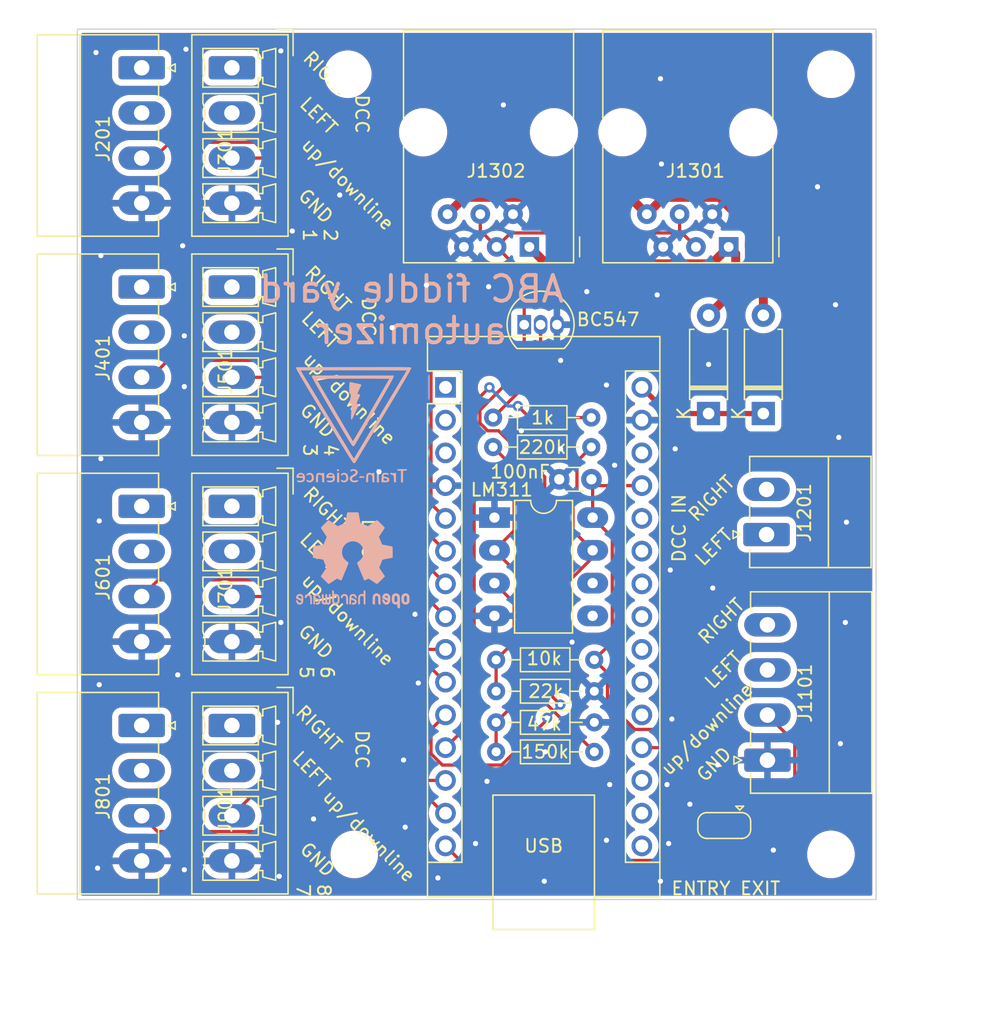
<source format=kicad_pcb>
(kicad_pcb (version 20240108) (generator "pcbnew") (generator_version "8.0")
  (layers (0 "F.Cu" signal) (1 "In1.Cu" signal) (2 "In2.Cu" signal) (31 "B.Cu" signal) (34 "B.Paste" user) (35 "F.Paste" user) (36 "B.SilkS" user "B.Silkscreen") (37 "F.SilkS" user "F.Silkscreen") (38 "B.Mask" user) (39 "F.Mask" user) (44 "Edge.Cuts" user))
  (net 0 "")
  (net 5 "/Lnet/Lnet_Tx")
  (net 6 "/atmega/upline")
  (net 12 "+12V")
  (net 17 "/Lnet/Lnet_Rx")
  (net 19 "railsyncB")
  (net 20 "railsyncA")
  (net 21 "/DCC/ring_left")
  (net 22 "/DCC/ring_right")
  (net 23 "Net-(Q1301-C)")
  (net 24 "Net-(Q1301-B)")
  (net 25 "Net-(U1301-+)")
  (net 26 "Net-(U1301--)")
  (net 29 "Net-(A1001-A0)")
  (net 30 "GND")
  (net 31 "+5V")
  (net 32 "/atmega/occupied7")
  (net 33 "/atmega/occupied8")
  (net 34 "/atmega/occupied6")
  (net 35 "/atmega/occupied5")
  (net 36 "/atmega/occupied4")
  (net 37 "/atmega/occupied3")
  (net 38 "/atmega/occupied2")
  (net 39 "/atmega/occupied1")
  (footprint "Connector_Phoenix_MC:PhoenixContact_MCV_1,5_4-G-3.5_1x04_P3.50mm_Vertical" (layer "F.Cu") (at 39 62 -90)
    (property "Reference" "J501" (at 6.5 0.5 -90) (layer "F.SilkS"))
    (property "Value" "Screw_Terminal_01x04")
    (pad "1" thru_hole roundrect (at 0 0 270) (size 1.8 3.6) (drill 1.2) (layers "*.Cu" "*.Mask") (roundrect_rratio 0.138889) (net 22 "/DCC/ring_right"))
    (pad "2" thru_hole oval (at 3.5 0 270) (size 1.8 3.6) (drill 1.2) (layers "*.Cu" "*.Mask") (net 21 "/DCC/ring_left"))
    (pad "3" thru_hole oval (at 7 0 270) (size 1.8 3.6) (drill 1.2) (layers "*.Cu" "*.Mask") (net 36 "/atmega/occupied4"))
    (pad "4" thru_hole oval (at 10.5 0 270) (size 1.8 3.6) (drill 1.2) (layers "*.Cu" "*.Mask") (net 30 "GND"))
  )
  (footprint "Connector_Phoenix_MC:PhoenixContact_MC_1,5_4-G-3.5_1x04_P3.50mm_Horizontal" (layer "F.Cu") (at 32 79 -90)
    (property "Reference" "J601" (at 5.5 3 90) (layer "F.SilkS"))
    (property "Value" "Screw_Terminal_01x04")
    (pad "1" thru_hole roundrect (at 0 0 270) (size 1.8 3.6) (drill 1.2) (layers "*.Cu" "*.Mask") (roundrect_rratio 0.138889) (net 22 "/DCC/ring_right"))
    (pad "2" thru_hole oval (at 3.5 0 270) (size 1.8 3.6) (drill 1.2) (layers "*.Cu" "*.Mask") (net 21 "/DCC/ring_left"))
    (pad "3" thru_hole oval (at 7 0 270) (size 1.8 3.6) (drill 1.2) (layers "*.Cu" "*.Mask") (net 35 "/atmega/occupied5"))
    (pad "4" thru_hole oval (at 10.5 0 270) (size 1.8 3.6) (drill 1.2) (layers "*.Cu" "*.Mask") (net 30 "GND"))
  )
  (footprint "custom_kicad_lib_sk:RJ12" (layer "F.Cu") (at 77.56 58.89 180)
    (property "Reference" "J1301" (at 2.59 5.89 180) (layer "F.SilkS"))
    (property "Value" "RJ12")
    (pad "" np_thru_hole circle (at -1.91 8.89 180) (size 3.25 3.25) (drill 3.25) (layers "*.Cu" "*.Mask"))
    (pad "" np_thru_hole circle (at 8.25 8.89 180) (size 3.25 3.25) (drill 3.25) (layers "*.Cu" "*.Mask"))
    (pad "1" thru_hole rect (at 0 0 180) (size 1.52 1.52) (drill 0.76) (layers "*.Cu" "*.Mask") (net 19 "railsyncB"))
    (pad "2" thru_hole circle (at 1.27 2.54 180) (size 1.52 1.52) (drill 0.76) (layers "*.Cu" "*.Mask") (net 30 "GND"))
    (pad "3" thru_hole circle (at 2.54 0 180) (size 1.52 1.52) (drill 0.76) (layers "*.Cu" "*.Mask") (net 23 "Net-(Q1301-C)"))
    (pad "4" thru_hole circle (at 3.81 2.54 180) (size 1.52 1.52) (drill 0.76) (layers "*.Cu" "*.Mask") (net 23 "Net-(Q1301-C)"))
    (pad "5" thru_hole circle (at 5.08 0 180) (size 1.52 1.52) (drill 0.76) (layers "*.Cu" "*.Mask") (net 30 "GND"))
    (pad "6" thru_hole circle (at 6.35 2.54 180) (size 1.52 1.52) (drill 0.76) (layers "*.Cu" "*.Mask") (net 20 "railsyncA"))
  )
  (footprint "MountingHole:MountingHole_3.2mm_M3" (layer "F.Cu") (at 85.5 45.5)
    (property "Reference" "REF**" (hide yes))
    (property "Value" "MountingHole_3.2mm_M3")
    (pad "" np_thru_hole circle (at 0 0) (size 3.2 3.2) (drill 3.2) (layers "F&B.Cu" "*.Mask"))
  )
  (footprint "Connector_Phoenix_MC:PhoenixContact_MC_1,5_4-G-3.5_1x04_P3.50mm_Horizontal" (layer "F.Cu") (at 32 96 -90)
    (property "Reference" "J801" (at 5.5 3 90) (layer "F.SilkS"))
    (property "Value" "Screw_Terminal_01x04")
    (pad "1" thru_hole roundrect (at 0 0 270) (size 1.8 3.6) (drill 1.2) (layers "*.Cu" "*.Mask") (roundrect_rratio 0.138889) (net 22 "/DCC/ring_right"))
    (pad "2" thru_hole oval (at 3.5 0 270) (size 1.8 3.6) (drill 1.2) (layers "*.Cu" "*.Mask") (net 21 "/DCC/ring_left"))
    (pad "3" thru_hole oval (at 7 0 270) (size 1.8 3.6) (drill 1.2) (layers "*.Cu" "*.Mask") (net 32 "/atmega/occupied7"))
    (pad "4" thru_hole oval (at 10.5 0 270) (size 1.8 3.6) (drill 1.2) (layers "*.Cu" "*.Mask") (net 30 "GND"))
  )
  (footprint "Connector_Phoenix_MC:PhoenixContact_MC_1,5_2-G-3.5_1x02_P3.50mm_Horizontal" (layer "F.Cu") (at 80.5 81.195 90)
    (property "Reference" "J1201" (at 1.695 2.9325 -90) (layer "F.SilkS"))
    (property "Value" "Screw_Terminal_01x02")
    (pad "1" thru_hole roundrect (at 0 0 90) (size 1.8 3.6) (drill 1.2) (layers "*.Cu" "*.Mask") (roundrect_rratio 0.138889) (net 21 "/DCC/ring_left"))
    (pad "2" thru_hole oval (at 3.5 0 90) (size 1.8 3.6) (drill 1.2) (layers "*.Cu" "*.Mask") (net 22 "/DCC/ring_right"))
  )
  (footprint "Resistor_THT:R_Axial_DIN0204_L3.6mm_D1.6mm_P7.62mm_Horizontal" (layer "F.Cu") (at 67.127 93.345 180)
    (property "Reference" "R1304" (hide yes))
    (property "Value" "22k" (at 3.754 0 180) (layer "F.SilkS"))
    (pad "1" thru_hole circle (at 0 0 180) (size 1.4 1.4) (drill 0.7) (layers "*.Cu" "*.Mask") (net 30 "GND"))
    (pad "2" thru_hole oval (at 7.62 0 180) (size 1.4 1.4) (drill 0.7) (layers "*.Cu" "*.Mask") (net 26 "Net-(U1301--)"))
  )
  (footprint "Module:Arduino_Nano" (layer "F.Cu") (at 55.58 69.78)
    (property "Reference" "A1001" (hide yes))
    (property "Value" "Arduino_Nano_v3.x")
    (fp_text user "USB" (at 7.62 35.56 0) (layer "F.SilkS"))
    (pad "1" thru_hole rect (at 0 0) (size 1.6 1.6) (drill 1) (layers "*.Cu" "*.Mask"))
    (pad "2" thru_hole oval (at 0 2.54) (size 1.6 1.6) (drill 1) (layers "*.Cu" "*.Mask"))
    (pad "3" thru_hole oval (at 0 5.08) (size 1.6 1.6) (drill 1) (layers "*.Cu" "*.Mask"))
    (pad "4" thru_hole oval (at 0 7.62) (size 1.6 1.6) (drill 1) (layers "*.Cu" "*.Mask") (net 30 "GND"))
    (pad "5" thru_hole oval (at 0 10.16) (size 1.6 1.6) (drill 1) (layers "*.Cu" "*.Mask") (net 39 "/atmega/occupied1"))
    (pad "6" thru_hole oval (at 0 12.7) (size 1.6 1.6) (drill 1) (layers "*.Cu" "*.Mask") (net 38 "/atmega/occupied2"))
    (pad "7" thru_hole oval (at 0 15.24) (size 1.6 1.6) (drill 1) (layers "*.Cu" "*.Mask") (net 37 "/atmega/occupied3"))
    (pad "8" thru_hole oval (at 0 17.78) (size 1.6 1.6) (drill 1) (layers "*.Cu" "*.Mask") (net 36 "/atmega/occupied4"))
    (pad "9" thru_hole oval (at 0 20.32) (size 1.6 1.6) (drill 1) (layers "*.Cu" "*.Mask") (net 35 "/atmega/occupied5"))
    (pad "10" thru_hole oval (at 0 22.86) (size 1.6 1.6) (drill 1) (layers "*.Cu" "*.Mask") (net 34 "/atmega/occupied6"))
    (pad "11" thru_hole oval (at 0 25.4) (size 1.6 1.6) (drill 1) (layers "*.Cu" "*.Mask") (net 17 "/Lnet/Lnet_Rx"))
    (pad "12" thru_hole oval (at 0 27.94) (size 1.6 1.6) (drill 1) (layers "*.Cu" "*.Mask") (net 5 "/Lnet/Lnet_Tx"))
    (pad "13" thru_hole oval (at 0 30.48) (size 1.6 1.6) (drill 1) (layers "*.Cu" "*.Mask") (net 33 "/atmega/occupied8"))
    (pad "14" thru_hole oval (at 0 33.02) (size 1.6 1.6) (drill 1) (layers "*.Cu" "*.Mask") (net 32 "/atmega/occupied7"))
    (pad "15" thru_hole oval (at 0 35.56) (size 1.6 1.6) (drill 1) (layers "*.Cu" "*.Mask") (net 6 "/atmega/upline"))
    (pad "16" thru_hole oval (at 15.24 35.56) (size 1.6 1.6) (drill 1) (layers "*.Cu" "*.Mask"))
    (pad "17" thru_hole oval (at 15.24 33.02) (size 1.6 1.6) (drill 1) (layers "*.Cu" "*.Mask"))
    (pad "18" thru_hole oval (at 15.24 30.48) (size 1.6 1.6) (drill 1) (layers "*.Cu" "*.Mask"))
    (pad "19" thru_hole oval (at 15.24 27.94) (size 1.6 1.6) (drill 1) (layers "*.Cu" "*.Mask") (net 29 "Net-(A1001-A0)"))
    (pad "20" thru_hole oval (at 15.24 25.4) (size 1.6 1.6) (drill 1) (layers "*.Cu" "*.Mask"))
    (pad "21" thru_hole oval (at 15.24 22.86) (size 1.6 1.6) (drill 1) (layers "*.Cu" "*.Mask"))
    (pad "22" thru_hole oval (at 15.24 20.32) (size 1.6 1.6) (drill 1) (layers "*.Cu" "*.Mask"))
    (pad "23" thru_hole oval (at 15.24 17.78) (size 1.6 1.6) (drill 1) (layers "*.Cu" "*.Mask"))
    (pad "24" thru_hole oval (at 15.24 15.24) (size 1.6 1.6) (drill 1) (layers "*.Cu" "*.Mask"))
    (pad "25" thru_hole oval (at 15.24 12.7) (size 1.6 1.6) (drill 1) (layers "*.Cu" "*.Mask"))
    (pad "26" thru_hole oval (at 15.24 10.16) (size 1.6 1.6) (drill 1) (layers "*.Cu" "*.Mask"))
    (pad "27" thru_hole oval (at 15.24 7.62) (size 1.6 1.6) (drill 1) (layers "*.Cu" "*.Mask") (net 31 "+5V"))
    (pad "28" thru_hole oval (at 15.24 5.08) (size 1.6 1.6) (drill 1) (layers "*.Cu" "*.Mask"))
    (pad "29" thru_hole oval (at 15.24 2.54) (size 1.6 1.6) (drill 1) (layers "*.Cu" "*.Mask") (net 30 "GND"))
    (pad "30" thru_hole oval (at 15.24 0) (size 1.6 1.6) (drill 1) (layers "*.Cu" "*.Mask") (net 12 "+12V"))
  )
  (footprint "MountingHole:MountingHole_3.2mm_M3" (layer "F.Cu") (at 48.5 106)
    (property "Reference" "REF**" (hide yes))
    (property "Value" "MountingHole_3.2mm_M3")
    (pad "" np_thru_hole circle (at 0 0) (size 3.2 3.2) (drill 3.2) (layers "F&B.Cu" "*.Mask"))
  )
  (footprint "Diode_THT:D_A-405_P7.62mm_Horizontal" (layer "F.Cu") (at 76 71.81 90)
    (property "Reference" "D1301" (hide yes))
    (property "Value" "SM4007")
    (fp_text user "K" (at 0 -1.9 -90) (layer "F.SilkS"))
    (pad "1" thru_hole rect (at 0 0 90) (size 1.8 1.8) (drill 0.9) (layers "*.Cu" "*.Mask") (net 12 "+12V"))
    (pad "2" thru_hole oval (at 7.62 0 90) (size 1.8 1.8) (drill 0.9) (layers "*.Cu" "*.Mask") (net 19 "railsyncB"))
  )
  (footprint "Package_DIP:DIP-8_W7.62mm_LongPads" (layer "F.Cu") (at 59.38 79.88)
    (property "Reference" "U1301" (hide yes))
    (property "Value" "LM311" (at 0.564 -2.156 0) (layer "F.SilkS"))
    (pad "1" thru_hole rect (at 0 0) (size 2.4 1.6) (drill 0.8) (layers "*.Cu" "*.Mask") (net 30 "GND"))
    (pad "2" thru_hole oval (at 0 2.54) (size 2.4 1.6) (drill 0.8) (layers "*.Cu" "*.Mask") (net 25 "Net-(U1301-+)"))
    (pad "3" thru_hole oval (at 0 5.08) (size 2.4 1.6) (drill 0.8) (layers "*.Cu" "*.Mask") (net 26 "Net-(U1301--)"))
    (pad "4" thru_hole oval (at 0 7.62) (size 2.4 1.6) (drill 0.8) (layers "*.Cu" "*.Mask") (net 30 "GND"))
    (pad "5" thru_hole oval (at 7.62 7.62) (size 2.4 1.6) (drill 0.8) (layers "*.Cu" "*.Mask"))
    (pad "6" thru_hole oval (at 7.62 5.08) (size 2.4 1.6) (drill 0.8) (layers "*.Cu" "*.Mask"))
    (pad "7" thru_hole oval (at 7.62 2.54) (size 2.4 1.6) (drill 0.8) (layers "*.Cu" "*.Mask") (net 17 "/Lnet/Lnet_Rx"))
    (pad "8" thru_hole oval (at 7.62 0) (size 2.4 1.6) (drill 0.8) (layers "*.Cu" "*.Mask") (net 31 "+5V"))
  )
  (footprint "Package_TO_SOT_THT:TO-92_Inline" (layer "F.Cu") (at 61.69 64.92)
    (property "Reference" "Q1301" (hide yes))
    (property "Value" "BC547" (at 6.509 -0.404 0) (layer "F.SilkS"))
    (pad "1" thru_hole rect (at 0 0) (size 1.05 1.5) (drill 0.75) (layers "*.Cu" "*.Mask") (net 23 "Net-(Q1301-C)"))
    (pad "2" thru_hole oval (at 1.27 0) (size 1.05 1.5) (drill 0.75) (layers "*.Cu" "*.Mask") (net 24 "Net-(Q1301-B)"))
    (pad "3" thru_hole oval (at 2.54 0) (size 1.05 1.5) (drill 0.75) (layers "*.Cu" "*.Mask") (net 30 "GND"))
  )
  (footprint "Capacitor_THT:C_Disc_D3.0mm_W1.6mm_P2.50mm" (layer "F.Cu") (at 66.909 76.91 180)
    (property "Reference" "C1301" (hide yes))
    (property "Value" "100nF" (at 5.532 0.583 180) (layer "F.SilkS"))
    (pad "1" thru_hole circle (at 0 0 180) (size 1.6 1.6) (drill 0.8) (layers "*.Cu" "*.Mask") (net 31 "+5V"))
    (pad "2" thru_hole circle (at 2.5 0 180) (size 1.6 1.6) (drill 0.8) (layers "*.Cu" "*.Mask") (net 30 "GND"))
  )
  (footprint "Connector_Phoenix_MC:PhoenixContact_MC_1,5_4-G-3.5_1x04_P3.50mm_Horizontal" (layer "F.Cu") (at 80.5675 98.695 90)
    (property "Reference" "J1101" (at 5.195 2.9325 -90) (layer "F.SilkS"))
    (property "Value" "Screw_Terminal_01x04")
    (pad "1" thru_hole roundrect (at 0 0 90) (size 1.8 3.6) (drill 1.2) (layers "*.Cu" "*.Mask") (roundrect_rratio 0.138889) (net 30 "GND"))
    (pad "2" thru_hole oval (at 3.5 0 90) (size 1.8 3.6) (drill 1.2) (layers "*.Cu" "*.Mask") (net 6 "/atmega/upline"))
    (pad "3" thru_hole oval (at 7 0 90) (size 1.8 3.6) (drill 1.2) (layers "*.Cu" "*.Mask") (net 21 "/DCC/ring_left"))
    (pad "4" thru_hole oval (at 10.5 0 90) (size 1.8 3.6) (drill 1.2) (layers "*.Cu" "*.Mask") (net 22 "/DCC/ring_right"))
  )
  (footprint "custom_kicad_lib_sk:RJ12" (layer "F.Cu") (at 62.09 58.89 180)
    (property "Reference" "J1302" (at 2.59 5.89 180) (layer "F.SilkS"))
    (property "Value" "RJ12")
    (pad "" np_thru_hole circle (at -1.91 8.89 180) (size 3.25 3.25) (drill 3.25) (layers "*.Cu" "*.Mask"))
    (pad "" np_thru_hole circle (at 8.25 8.89 180) (size 3.25 3.25) (drill 3.25) (layers "*.Cu" "*.Mask"))
    (pad "1" thru_hole rect (at 0 0 180) (size 1.52 1.52) (drill 0.76) (layers "*.Cu" "*.Mask") (net 19 "railsyncB"))
    (pad "2" thru_hole circle (at 1.27 2.54 180) (size 1.52 1.52) (drill 0.76) (layers "*.Cu" "*.Mask") (net 30 "GND"))
    (pad "3" thru_hole circle (at 2.54 0 180) (size 1.52 1.52) (drill 0.76) (layers "*.Cu" "*.Mask") (net 23 "Net-(Q1301-C)"))
    (pad "4" thru_hole circle (at 3.81 2.54 180) (size 1.52 1.52) (drill 0.76) (layers "*.Cu" "*.Mask") (net 23 "Net-(Q1301-C)"))
    (pad "5" thru_hole circle (at 5.08 0 180) (size 1.52 1.52) (drill 0.76) (layers "*.Cu" "*.Mask") (net 30 "GND"))
    (pad "6" thru_hole circle (at 6.35 2.54 180) (size 1.52 1.52) (drill 0.76) (layers "*.Cu" "*.Mask") (net 20 "railsyncA"))
  )
  (footprint "Resistor_THT:R_Axial_DIN0204_L3.6mm_D1.6mm_P7.62mm_Horizontal" (layer "F.Cu") (at 59.277 74.41)
    (property "Reference" "R1306" (hide yes))
    (property "Value" "220k" (at 3.842 0.012 0) (layer "F.SilkS"))
    (pad "1" thru_hole circle (at 0 0) (size 1.4 1.4) (drill 0.7) (layers "*.Cu" "*.Mask") (net 25 "Net-(U1301-+)"))
    (pad "2" thru_hole oval (at 7.62 0) (size 1.4 1.4) (drill 0.7) (layers "*.Cu" "*.Mask") (net 17 "/Lnet/Lnet_Rx"))
  )
  (footprint "Connector_Phoenix_MC:PhoenixContact_MC_1,5_4-G-3.5_1x04_P3.50mm_Horizontal" (layer "F.Cu") (at 32 45 -90)
    (property "Reference" "J201" (at 5.5 3 90) (layer "F.SilkS"))
    (property "Value" "Screw_Terminal_01x04")
    (pad "1" thru_hole roundrect (at 0 0 270) (size 1.8 3.6) (drill 1.2) (layers "*.Cu" "*.Mask") (roundrect_rratio 0.138889) (net 22 "/DCC/ring_right"))
    (pad "2" thru_hole oval (at 3.5 0 270) (size 1.8 3.6) (drill 1.2) (layers "*.Cu" "*.Mask") (net 21 "/DCC/ring_left"))
    (pad "3" thru_hole oval (at 7 0 270) (size 1.8 3.6) (drill 1.2) (layers "*.Cu" "*.Mask") (net 39 "/atmega/occupied1"))
    (pad "4" thru_hole oval (at 10.5 0 270) (size 1.8 3.6) (drill 1.2) (layers "*.Cu" "*.Mask") (net 30 "GND"))
  )
  (footprint "Resistor_THT:R_Axial_DIN0204_L3.6mm_D1.6mm_P7.62mm_Horizontal" (layer "F.Cu") (at 67.127 90.907 180)
    (property "Reference" "R1303" (hide yes))
    (property "Value" "10k" (at 3.881 0.102 180) (layer "F.SilkS"))
    (pad "1" thru_hole circle (at 0 0 180) (size 1.4 1.4) (drill 0.7) (layers "*.Cu" "*.Mask") (net 31 "+5V"))
    (pad "2" thru_hole oval (at 7.62 0 180) (size 1.4 1.4) (drill 0.7) (layers "*.Cu" "*.Mask") (net 26 "Net-(U1301--)"))
  )
  (footprint "Resistor_THT:R_Axial_DIN0204_L3.6mm_D1.6mm_P7.62mm_Horizontal" (layer "F.Cu") (at 59.277 72.124)
    (property "Reference" "R1305" (hide yes))
    (property "Value" "1k" (at 3.842 0.012 0) (layer "F.SilkS"))
    (pad "1" thru_hole circle (at 0 0) (size 1.4 1.4) (drill 0.7) (layers "*.Cu" "*.Mask") (net 24 "Net-(Q1301-B)"))
    (pad "2" thru_hole oval (at 7.62 0) (size 1.4 1.4) (drill 0.7) (layers "*.Cu" "*.Mask") (net 5 "/Lnet/Lnet_Tx"))
  )
  (footprint "Connector_Phoenix_MC:PhoenixContact_MCV_1,5_4-G-3.5_1x04_P3.50mm_Vertical" (layer "F.Cu") (at 39 45 -90)
    (property "Reference" "J301" (at 6.5 0.5 -90) (layer "F.SilkS"))
    (property "Value" "Screw_Terminal_01x04")
    (pad "1" thru_hole roundrect (at 0 0 270) (size 1.8 3.6) (drill 1.2) (layers "*.Cu" "*.Mask") (roundrect_rratio 0.138889) (net 22 "/DCC/ring_right"))
    (pad "2" thru_hole oval (at 3.5 0 270) (size 1.8 3.6) (drill 1.2) (layers "*.Cu" "*.Mask") (net 21 "/DCC/ring_left"))
    (pad "3" thru_hole oval (at 7 0 270) (size 1.8 3.6) (drill 1.2) (layers "*.Cu" "*.Mask") (net 38 "/atmega/occupied2"))
    (pad "4" thru_hole oval (at 10.5 0 270) (size 1.8 3.6) (drill 1.2) (layers "*.Cu" "*.Mask") (net 30 "GND"))
  )
  (footprint "Resistor_THT:R_Axial_DIN0204_L3.6mm_D1.6mm_P7.62mm_Horizontal" (layer "F.Cu") (at 67.127 98.044 180)
    (property "Reference" "R1301" (hide yes))
    (property "Value" "47k" (at 3.881 2.159 180) (layer "F.SilkS"))
    (pad "1" thru_hole circle (at 0 0 180) (size 1.4 1.4) (drill 0.7) (layers "*.Cu" "*.Mask") (net 23 "Net-(Q1301-C)"))
    (pad "2" thru_hole oval (at 7.62 0 180) (size 1.4 1.4) (drill 0.7) (layers "*.Cu" "*.Mask") (net 25 "Net-(U1301-+)"))
  )
  (footprint "Connector_Phoenix_MC:PhoenixContact_MC_1,5_4-G-3.5_1x04_P3.50mm_Horizontal" (layer "F.Cu") (at 32 62 -90)
    (property "Reference" "J401" (at 5.5 3 90) (layer "F.SilkS"))
    (property "Value" "Screw_Terminal_01x04")
    (pad "1" thru_hole roundrect (at 0 0 270) (size 1.8 3.6) (drill 1.2) (layers "*.Cu" "*.Mask") (roundrect_rratio 0.138889) (net 22 "/DCC/ring_right"))
    (pad "2" thru_hole oval (at 3.5 0 270) (size 1.8 3.6) (drill 1.2) (layers "*.Cu" "*.Mask") (net 21 "/DCC/ring_left"))
    (pad "3" thru_hole oval (at 7 0 270) (size 1.8 3.6) (drill 1.2) (layers "*.Cu" "*.Mask") (net 37 "/atmega/occupied3"))
    (pad "4" thru_hole oval (at 10.5 0 270) (size 1.8 3.6) (drill 1.2) (layers "*.Cu" "*.Mask") (net 30 "GND"))
  )
  (footprint "Diode_THT:D_A-405_P7.62mm_Horizontal" (layer "F.Cu") (at 80.25 71.81 90)
    (property "Reference" "D1302" (hide yes))
    (property "Value" "SM4007")
    (fp_text user "K" (at 0 -1.9 -90) (layer "F.SilkS"))
    (pad "1" thru_hole rect (at 0 0 90) (size 1.8 1.8) (drill 0.9) (layers "*.Cu" "*.Mask") (net 12 "+12V"))
    (pad "2" thru_hole oval (at 7.62 0 90) (size 1.8 1.8) (drill 0.9) (layers "*.Cu" "*.Mask") (net 20 "railsyncA"))
  )
  (footprint "Resistor_THT:R_Axial_DIN0204_L3.6mm_D1.6mm_P7.62mm_Horizontal" (layer "F.Cu") (at 59.507 95.758)
    (property "Reference" "R1302" (hide yes))
    (property "Value" "150k" (at 3.81 2.286 0) (layer "F.SilkS"))
    (pad "1" thru_hole circle (at 0 0) (size 1.4 1.4) (drill 0.7) (layers "*.Cu" "*.Mask") (net 25 "Net-(U1301-+)"))
    (pad "2" thru_hole oval (at 7.62 0) (size 1.4 1.4) (drill 0.7) (layers "*.Cu" "*.Mask") (net 30 "GND"))
  )
  (footprint "Jumper:SolderJumper-3_P1.3mm_Open_RoundedPad1.0x1.5mm" (layer "F.Cu") (at 77.216 103.759 180)
    (property "Reference" "JP1001" (hide yes))
    (property "Value" "SolderJumper_3_Open")
    (pad "1" smd custom (at -1.3 0 180) (size 1 0.5) (layers "F.Cu" "F.Mask") (net 31 "+5V") (options (clearance outline) (anchor rect)) (primitives (gr_circle (center 0 0.25) (end 0.5 0.25) (width 0) (fill yes)) (gr_circle (center 0 -0.25) (end 0.5 -0.25) (width 0) (fill yes)) (gr_poly (pts (xy 0.55 0.75) (xy 0 0.75) (xy 0 -0.75) (xy 0.55 -0.75)) (width 0) (fill yes))))
    (pad "2" smd rect (at 0 0 180) (size 1 1.5) (layers "F.Cu" "F.Mask") (net 29 "Net-(A1001-A0)"))
    (pad "3" smd custom (at 1.3 0 180) (size 1 0.5) (layers "F.Cu" "F.Mask") (net 30 "GND") (options (clearance outline) (anchor rect)) (primitives (gr_circle (center 0 0.25) (end 0.5 0.25) (width 0) (fill yes)) (gr_circle (center 0 -0.25) (end 0.5 -0.25) (width 0) (fill yes)) (gr_poly (pts (xy 0 0.75) (xy -0.55 0.75) (xy -0.55 -0.75) (xy 0 -0.75)) (width 0) (fill yes))))
  )
  (footprint "MountingHole:MountingHole_3.2mm_M3" (layer "F.Cu") (at 85.5 106)
    (property "Reference" "REF**" (hide yes))
    (property "Value" "MountingHole_3.2mm_M3")
    (pad "" np_thru_hole circle (at 0 0) (size 3.2 3.2) (drill 3.2) (layers "F&B.Cu" "*.Mask"))
  )
  (footprint "MountingHole:MountingHole_3.2mm_M3" (layer "F.Cu") (at 48 45.5)
    (property "Reference" "REF**" (hide yes))
    (property "Value" "MountingHole_3.2mm_M3")
    (pad "" np_thru_hole circle (at 0 0) (size 3.2 3.2) (drill 3.2) (layers "*.Cu" "*.Mask"))
  )
  (footprint "Connector_Phoenix_MC:PhoenixContact_MCV_1,5_4-G-3.5_1x04_P3.50mm_Vertical" (layer "F.Cu") (at 39 96 -90)
    (property "Reference" "J901" (at 6.5 0.5 -90) (layer "F.SilkS"))
    (property "Value" "Screw_Terminal_01x04")
    (pad "1" thru_hole roundrect (at 0 0 270) (size 1.8 3.6) (drill 1.2) (layers "*.Cu" "*.Mask") (roundrect_rratio 0.138889) (net 22 "/DCC/ring_right"))
    (pad "2" thru_hole oval (at 3.5 0 270) (size 1.8 3.6) (drill 1.2) (layers "*.Cu" "*.Mask") (net 21 "/DCC/ring_left"))
    (pad "3" thru_hole oval (at 7 0 270) (size 1.8 3.6) (drill 1.2) (layers "*.Cu" "*.Mask") (net 33 "/atmega/occupied8"))
    (pad "4" thru_hole oval (at 10.5 0 270) (size 1.8 3.6) (drill 1.2) (layers "*.Cu" "*.Mask") (net 30 "GND"))
  )
  (footprint "Connector_Phoenix_MC:PhoenixContact_MCV_1,5_4-G-3.5_1x04_P3.50mm_Vertical" (layer "F.Cu") (at 39 79 -90)
    (property "Reference" "J701" (at 6.5 0.5 -90) (layer "F.SilkS"))
    (property "Value" "Screw_Terminal_01x04")
    (pad "1" thru_hole roundrect (at 0 0 270) (size 1.8 3.6) (drill 1.2) (layers "*.Cu" "*.Mask") (roundrect_rratio 0.138889) (net 22 "/DCC/ring_right"))
    (pad "2" thru_hole oval (at 3.5 0 270) (size 1.8 3.6) (drill 1.2) (layers "*.Cu" "*.Mask") (net 21 "/DCC/ring_left"))
    (pad "3" thru_hole oval (at 7 0 270) (size 1.8 3.6) (drill 1.2) (layers "*.Cu" "*.Mask") (net 34 "/atmega/occupied6"))
    (pad "4" thru_hole oval (at 10.5 0 270) (size 1.8 3.6) (drill 1.2) (layers "*.Cu" "*.Mask") (net 30 "GND"))
  )
  (footprint "Symbol:OSHW-Logo2_9.8x8mm_SilkScreen" (layer "B.Cu") (at 48.387 83.185 180)
    (property "Reference" "REF**" (hide yes))
    (property "Value" "OSHW-Logo2_9.8x8mm_SilkScreen" (hide yes))
  )
  (footprint "custom_kicad_lib_sk:Train-Science logo small" (layer "B.Cu") (at 48.387 72.771 180)
    (property "Reference" "G***" (hide yes))
    (property "Value" "LOGO" (hide yes))
  )
  (gr_rect (start 27 42) (end 89 109.5) (stroke (width 0.1)) (fill none) (layer "Edge.Cuts"))
  (gr_text "ABC fiddle yard\nautomizer" (at 52.959 66.548 0) (layer "B.SilkS") (effects (font (size 2 2) (thickness 0.3)) (justify bottom mirror)))
  (gr_text "GND" (at 43.942 54.991 -45) (layer "F.SilkS") (effects (font (size 1 1)) (justify left bottom)))
  (gr_text "up/downline" (at 44.196 51.054 -45) (layer "F.SilkS") (effects (font (size 1 1)) (justify left bottom)))
  (gr_text "4\n3" (at 44.470874 74.082678 270) (layer "F.SilkS") (effects (font (size 1 1)) (justify left bottom)))
  (gr_text "DCC" (at 48.514 96.266 270) (layer "F.SilkS") (effects (font (size 1 1)) (justify left bottom)))
  (gr_text "LEFT" (at 44.069 81.661 -45) (layer "F.SilkS") (effects (font (size 1 1)) (justify left bottom)))
  (gr_text "up/downline" (at 45.847 101.6 -45) (layer "F.SilkS") (effects (font (size 1 1)) (justify left bottom)))
  (gr_text "LEFT" (at 76.327 93.345 45) (layer "F.SilkS") (effects (font (size 1 1)) (justify left bottom)))
  (gr_text "DCC" (at 49.022 79.883 270) (layer "F.SilkS") (effects (font (size 1 1)) (justify left bottom)))
  (gr_text "GND" (at 75.692 100.584 45) (layer "F.SilkS") (effects (font (size 1 1)) (justify left bottom)))
  (gr_text "up/downline" (at 44.323 67.691 -45) (layer "F.SilkS") (effects (font (size 1 1)) (justify left bottom)))
  (gr_text "DCC IN" (at 74.295 83.439 90) (layer "F.SilkS") (effects (font (size 1 1)) (justify left bottom)))
  (gr_text "2\n1" (at 44.45 57.404 -90) (layer "F.SilkS") (effects (font (size 1 1)) (justify left bottom)))
  (gr_text "RIGHT" (at 75.819 89.916 45) (layer "F.SilkS") (effects (font (size 1 1)) (justify left bottom)))
  (gr_text "6\n5" (at 44.196 91.313 270) (layer "F.SilkS") (effects (font (size 1 1)) (justify left bottom)))
  (gr_text "ENTRY EXIT" (at 73.025 109.22 0) (layer "F.SilkS") (effects (font (size 1 1)) (justify left bottom)))
  (gr_text "LEFT" (at 44.069 47.879 -45) (layer "F.SilkS") (effects (font (size 1 1)) (justify left bottom)))
  (gr_text "LEFT" (at 44.196 64.516 -45) (layer "F.SilkS") (effects (font (size 1 1)) (justify left bottom)))
  (gr_text "GND" (at 44.069 71.628 -45) (layer "F.SilkS") (effects (font (size 1 1)) (justify left bottom)))
  (gr_text "RIGHT" (at 44.323 78.105 -45) (layer "F.SilkS") (effects (font (size 1 1)) (justify left bottom)))
  (gr_text "DCC" (at 48.514 46.99 270) (layer "F.SilkS") (effects (font (size 1 1)) (justify left bottom)))
  (gr_text "RIGHT" (at 43.75 95.05 -45) (layer "F.SilkS") (effects (font (size 1 1)) (justify left bottom)))
  (gr_text "GND" (at 43.942 88.773 -45) (layer "F.SilkS") (effects (font (size 1 1)) (justify left bottom)))
  (gr_text "up/downline" (at 44.196 84.836 -45) (layer "F.SilkS") (effects (font (size 1 1)) (justify left bottom)))
  (gr_text "8\n7" (at 43.942 108.204 270) (layer "F.SilkS") (effects (font (size 1 1)) (justify left bottom)))
  (gr_text "RIGHT" (at 44.323 44.323 -45) (layer "F.SilkS") (effects (font (size 1 1)) (justify left bottom)))
  (gr_text "GND" (at 44.069 105.664 -45) (layer "F.SilkS") (effects (font (size 1 1)) (justify left bottom)))
  (gr_text "LEFT" (at 43.496 98.606 -45) (layer "F.SilkS") (effects (font (size 1 1)) (justify left bottom)))
  (gr_text "RIGHT" (at 44.45 60.96 -45) (layer "F.SilkS") (effects (font (size 1 1)) (justify left bottom)))
  (gr_text "RIGHT" (at 75.057 80.391 45) (layer "F.SilkS") (effects (font (size 1 1)) (justify left bottom)))
  (gr_text "DCC" (at 49.022 62.738 270) (layer "F.SilkS") (effects (font (size 1 1)) (justify left bottom)))
  (gr_text "LEFT" (at 75.565 83.82 45) (layer "F.SilkS") (effects (font (size 1 1)) (justify left bottom)))
  (gr_text "up/downline" (at 72.898 100.076 45) (layer "F.SilkS") (effects (font (size 1 1)) (justify left bottom)))
  (segment (start 57.802 95.498) (end 57.802 70.966694) (width 0.25) (layer "F.Cu") (net 5))
  (segment (start 61.196653 71.229653) (end 62.091 72.124) (width 0.25) (layer "F.Cu") (net 5))
  (segment (start 57.802 70.966694) (end 58.986847 69.781847) (width 0.25) (layer "F.Cu") (net 5))
  (segment (start 62.091 72.124) (end 66.897 72.124) (width 0.25) (layer "F.Cu") (net 5))
  (segment (start 55.58 97.72) (end 57.802 95.498) (width 0.25) (layer "F.Cu") (net 5))
  (via (at 58.986847 69.781847) (size 0.8) (drill 0.4) (layers "F.Cu" "B.Cu") (net 5))
  (via (at 61.196653 71.229653) (size 0.8) (drill 0.4) (layers "F.Cu" "B.Cu") (net 5))
  (segment (start 58.986847 69.781847) (end 60.434653 71.229653) (width 0.25) (layer "B.Cu") (net 5))
  (segment (start 60.434653 71.229653) (end 61.196653 71.229653) (width 0.25) (layer "B.Cu") (net 5))
  (segment (start 77.431 106.465) (end 56.705 106.465) (width 0.25) (layer "F.Cu") (net 6))
  (segment (start 80.5675 95.195) (end 82.6925 97.32) (width 0.25) (layer "F.Cu") (net 6))
  (segment (start 82.6925 97.32) (end 82.6925 101.2035) (width 0.25) (layer "F.Cu") (net 6))
  (segment (start 56.705 106.465) (end 55.58 105.34) (width 0.25) (layer "F.Cu") (net 6))
  (segment (start 82.6925 101.2035) (end 77.431 106.465) (width 0.25) (layer "F.Cu") (net 6))
  (segment (start 80.25 71.81) (end 72.85 71.81) (width 0.4) (layer "F.Cu") (net 12))
  (segment (start 72.85 71.81) (end 70.82 69.78) (width 0.4) (layer "F.Cu") (net 12))
  (segment (start 63.881 93.772694) (end 63.881 86.08801) (width 0.25) (layer "F.Cu") (net 17))
  (segment (start 65.475 78.298) (end 65.475 80.895) (width 0.25) (layer "F.Cu") (net 17))
  (segment (start 67 82.96901) (end 67 82.42) (width 0.25) (layer "F.Cu") (net 17))
  (segment (start 55.338009 99.069) (end 59.935 99.069) (width 0.25) (layer "F.Cu") (net 17))
  (segment (start 64.492653 94.384347) (end 63.881 93.772694) (width 0.25) (layer "F.Cu") (net 17))
  (segment (start 66.897 74.41) (end 65.784 75.523) (width 0.25) (layer "F.Cu") (net 17))
  (segment (start 54.455 98.185991) (end 55.338009 99.069) (width 0.25) (layer "F.Cu") (net 17))
  (segment (start 54.455 96.305) (end 54.455 98.185991) (width 0.25) (layer "F.Cu") (net 17))
  (segment (start 65.475 80.895) (end 67 82.42) (width 0.25) (layer "F.Cu") (net 17))
  (segment (start 59.935 99.069) (end 63.467347 95.536653) (width 0.25) (layer "F.Cu") (net 17))
  (segment (start 55.58 95.18) (end 54.455 96.305) (width 0.25) (layer "F.Cu") (net 17))
  (segment (start 63.881 86.08801) (end 67 82.96901) (width 0.25) (layer "F.Cu") (net 17))
  (segment (start 65.784 77.989) (end 65.475 78.298) (width 0.25) (layer "F.Cu") (net 17))
  (segment (start 63.467347 95.536653) (end 63.467347 95.409653) (width 0.25) (layer "F.Cu") (net 17))
  (segment (start 65.784 75.523) (end 65.784 77.989) (width 0.25) (layer "F.Cu") (net 17))
  (via (at 64.492653 94.384347) (size 0.8) (drill 0.4) (layers "F.Cu" "B.Cu") (net 17))
  (via (at 63.467347 95.409653) (size 0.8) (drill 0.4) (layers "F.Cu" "B.Cu") (net 17))
  (segment (start 63.467347 95.409653) (end 64.492653 94.384347) (width 0.25) (layer "B.Cu") (net 17))
  (segment (start 76.25 60.2) (end 77.56 58.89) (width 0.7) (layer "F.Cu") (net 19))
  (segment (start 63.4 60.2) (end 76.25 60.2) (width 0.7) (layer "F.Cu") (net 19))
  (segment (start 62.09 58.89) (end 63.4 60.2) (width 0.7) (layer "F.Cu") (net 19))
  (segment (start 77.56 58.89) (end 78.105 59.435) (width 0.7) (layer "F.Cu") (net 19))
  (segment (start 78.105 59.435) (end 78.105 62.085) (width 0.7) (layer "F.Cu") (net 19))
  (segment (start 78.105 62.085) (end 76 64.19) (width 0.7) (layer "F.Cu") (net 19))
  (segment (start 71.21 56.35) (end 69.9 55.04) (width 0.7) (layer "F.Cu") (net 20))
  (segment (start 57.05 55.04) (end 55.74 56.35) (width 0.7) (layer "F.Cu") (net 20))
  (segment (start 80.25 64.19) (end 80.25 58.45738) (width 0.7) (layer "F.Cu") (net 20))
  (segment (start 76.83262 55.04) (end 72.52 55.04) (width 0.7) (layer "F.Cu") (net 20))
  (segment (start 72.52 55.04) (end 71.21 56.35) (width 0.7) (layer "F.Cu") (net 20))
  (segment (start 69.9 55.04) (end 57.05 55.04) (width 0.7) (layer "F.Cu") (net 20))
  (segment (start 80.25 58.45738) (end 76.83262 55.04) (width 0.7) (layer "F.Cu") (net 20))
  (segment (start 61.69 64.92) (end 61.69 61.03) (width 0.25) (layer "F.Cu") (net 23))
  (segment (start 60.635 57.805) (end 73.565 57.805) (width 0.25) (layer "F.Cu") (net 23))
  (segment (start 59.55 58.89) (end 60.635 57.805) (width 0.25) (layer "F.Cu") (net 23))
  (segment (start 73.75 57.62) (end 73.75 56.35) (width 0.25) (layer "F.Cu") (net 23))
  (segment (start 63.284 76.731431) (end 59.701569 73.149) (width 0.25) (layer "F.Cu") (net 23))
  (segment (start 67.127 98.044) (end 63.284 94.201) (width 0.25) (layer "F.Cu") (net 23))
  (segment (start 61.69 68.104) (end 61.69 64.92) (width 0.25) (layer "F.Cu") (net 23))
  (segment (start 73.565 57.805) (end 73.75 57.62) (width 0.25) (layer "F.Cu") (net 23))
  (segment (start 61.69 61.03) (end 59.55 58.89) (width 0.25) (layer "F.Cu") (net 23))
  (segment (start 58.852431 73.149) (end 58.252 72.548569) (width 0.25) (layer "F.Cu") (net 23))
  (segment (start 73.608 57.848) (end 73.565 57.805) (width 0.25) (layer "F.Cu") (net 23))
  (segment (start 73.978 57.848) (end 73.75 57.62) (width 0.25) (layer "F.Cu") (net 23))
  (segment (start 63.284 94.201) (end 63.284 76.731431) (width 0.25) (layer "F.Cu") (net 23))
  (segment (start 58.252 71.542) (end 61.69 68.104) (width 0.25) (layer "F.Cu") (net 23))
  (segment (start 75.02 58.89) (end 73.978 57.848) (width 0.25) (layer "F.Cu") (net 23))
  (segment (start 58.28 57.62) (end 59.55 58.89) (width 0.25) (layer "F.Cu") (net 23))
  (segment (start 58.28 56.35) (end 58.28 57.62) (width 0.25) (layer "F.Cu") (net 23))
  (segment (start 73.978 57.848) (end 73.608 57.848) (width 0.25) (layer "F.Cu") (net 23))
  (segment (start 59.701569 73.149) (end 58.852431 73.149) (width 0.25) (layer "F.Cu") (net 23))
  (segment (start 58.252 72.548569) (end 58.252 71.542) (width 0.25) (layer "F.Cu") (net 23))
  (segment (start 62.96 64.92) (end 62.96 68.441) (width 0.25) (layer "F.Cu") (net 24))
  (segment (start 62.96 68.441) (end 59.277 72.124) (width 0.25) (layer "F.Cu") (net 24))
  (segment (start 60.905 76.038) (end 59.277 74.41) (width 0.25) (layer "F.Cu") (net 25))
  (segment (start 61.355 93.91) (end 59.507 95.758) (width 0.25) (layer "F.Cu") (net 25))
  (segment (start 60.905 80.895) (end 60.905 76.038) (width 0.25) (layer "F.Cu") (net 25))
  (segment (start 61.355 84.395) (end 61.355 93.91) (width 0.25) (layer "F.Cu") (net 25))
  (segment (start 59.38 82.42) (end 60.905 80.895) (width 0.25) (layer "F.Cu") (net 25))
  (segment (start 59.507 98.044) (end 59.507 95.758) (width 0.25) (layer "F.Cu") (net 25))
  (segment (start 59.38 82.42) (end 61.355 84.395) (width 0.25) (layer "F.Cu") (net 25))
  (segment (start 59.507 90.907) (end 60.905 89.509) (width 0.25) (layer "F.Cu") (net 26))
  (segment (start 60.905 86.485) (end 59.38 84.96) (width 0.25) (layer "F.Cu") (net 26))
  (segment (start 60.905 89.509) (end 60.905 86.485) (width 0.25) (layer "F.Cu") (net 26))
  (segment (start 59.507 93.345) (end 59.507 90.907) (width 0.25) (layer "F.Cu") (net 26))
  (segment (start 77.216 103.759) (end 77.216 102.616) (width 0.25) (layer "F.Cu") (net 29))
  (segment (start 72.32 97.72) (end 70.82 97.72) (width 0.25) (layer "F.Cu") (net 29))
  (segment (start 77.216 102.616) (end 72.32 97.72) (width 0.25) (layer "F.Cu") (net 29))
  (via (at 72.009 62.611) (size 0.8) (drill 0.4) (layers "F.Cu" "B.Cu") (net 30))
  (via (at 74.549 102.108) (size 0.8) (drill 0.4) (layers "F.Cu" "B.Cu") (net 30))
  (via (at 85.852 63.373) (size 0.8) (drill 0.4) (layers "F.Cu" "B.Cu") (net 30))
  (via (at 58.801 100.33) (size 0.8) (drill 0.4) (layers "F.Cu" "B.Cu") (net 30))
  (via (at 57.912 105.156) (size 0.8) (drill 0.4) (layers "F.Cu" "B.Cu") (net 30))
  (via (at 68.072 69.596) (size 0.8) (drill 0.4) (layers "F.Cu" "B.Cu") (net 30))
  (via (at 68.707 75.819) (size 0.8) (drill 0.4) (layers "F.Cu" "B.Cu") (net 30))
  (via (at 54.102 61.849) (size 0.8) (drill 0.4) (layers "F.Cu" "B.Cu") (net 30))
  (via (at 28.702 92.837) (size 0.8) (drill 0.4) (layers "F.Cu" "B.Cu") (net 30))
  (via (at 63.246 108.077) (size 0.8) (drill 0.4) (layers "F.Cu" "B.Cu") (net 30))
  (via (at 81.026 105.664) (size 0.8) (drill 0.4) (layers "F.Cu" "B.Cu") (net 30))
  (via (at 76.327 85.344) (size 0.8) (drill 0.4) (layers "F.Cu" "B.Cu") (net 30))
  (via (at 73.152 95.504) (size 0.8) (drill 0.4) (layers "F.Cu" "B.Cu") (net 30))
  (via (at 76.708 99.06) (size 0.8) (drill 0.4) (layers "F.Cu" "B.Cu") (net 30))
  (via (at 73.025 83.947) (size 0.8) (drill 0.4) (layers "F.Cu" "B.Cu") (net 30))
  (via (at 86.233 97.409) (size 0.8) (drill 0.4) (layers "F.Cu" "B.Cu") (net 30))
  (via (at 72.263 108.077) (size 0.8) (drill 0.4) (layers "F.Cu" "B.Cu") (net 30))
  (via (at 72.771 100.584) (size 0.8) (drill 0.4) (layers "F.Cu" "B.Cu") (net 30))
  (via (at 53.213 87.376) (size 0.8) (drill 0.4) (layers "F.Cu" "B.Cu") (net 30))
  (via (at 42.799 88.011) (size 0.8) (drill 0.4) (layers "F.Cu" "B.Cu") (net 30))
  (via (at 53.467 92.71) (size 0.8) (drill 0.4) (layers "F.Cu" "B.Cu") (net 30))
  (via (at 52.451 103.886) (size 0.8) (drill 0.4) (layers "F.Cu" "B.Cu") (net 30))
  (via (at 68.326 100.584) (size 0.8) (drill 0.4) (layers "F.Cu" "B.Cu") (net 30))
  (via (at 35.306 107.188) (size 0.8) (drill 0.4) (layers "F.Cu" "B.Cu") (net 30))
  (via (at 54.991 107.823) (size 0.8) (drill 0.4) (layers "F.Cu" "B.Cu") (net 30))
  (via (at 50.419 76.327) (size 0.8) (drill 0.4) (layers "F.Cu" "B.Cu") (net 30))
  (via (at 66.548 62.357) (size 0.8) (drill 0.4) (layers "F.Cu" "B.Cu") (net 30))
  (via (at 72.337535 52.459175) (size 0.8) (drill 0.4) (layers "F.Cu" "B.Cu") (net 30))
  (via (at 86.701613 80.235517) (size 0.8) (drill 0.4) (layers "F.Cu" "B.Cu") (net 30))
  (via (at 84.455 54.229) (size 0.8) (drill 0.4) (layers "F.Cu" "B.Cu") (net 30))
  (via (at 51.435 65.151) (size 0.8) (drill 0.4) (layers "F.Cu" "B.Cu") (net 30))
  (via (at 28.448 43.815) (size 0.8) (drill 0.4) (layers "F.Cu" "B.Cu") (net 30))
  (via (at 42.672 107.696) (size 0.8) (drill 0.4) (layers "F.Cu" "B.Cu") (net 30))
  (via (at 64.516 67.691) (size 0.8) (drill 0.4) (layers "F.Cu" "B.Cu") (net 30))
  (via (at 35.179 58.801) (size 0.8) (drill 0.4) (layers "F.Cu" "B.Cu") (net 30))
  (via (at 45.339 103.251) (size 0.8) (drill 0.4) (layers "F.Cu" "B.Cu") (net 30))
  (via (at 28.829 59.563) (size 0.8) (drill 0.4) (layers "F.Cu" "B.Cu") (net 30))
  (via (at 35.306 65.786) (size 0.8) (drill 0.4) (layers "F.Cu" "B.Cu") (net 30))
  (via (at 35.433 43.561) (size 0.8) (drill 0.4) (layers "F.Cu" "B.Cu") (net 30))
  (via (at 43.688 57.658) (size 0.8) (drill 0.4) (layers "F.Cu" "B.Cu") (net 30))
  (via (at 76 68) (size 0.8) (drill 0.4) (layers "F.Cu" "B.Cu") (net 30))
  (via (at 65.405 89.535) (size 0.8) (drill 0.4) (layers "F.Cu" "B.Cu") (net 30))
  (via (at 64.516 74.549) (size 0.8) (drill 0.4) (layers "F.Cu" "B.Cu") (net 30))
  (via (at 68.072 104.902) (size 0.8) (drill 0.4) (layers "F.Cu" "B.Cu") (net 30))
  (via (at 58.928 61.976) (size 0.8) (drill 0.4) (layers "F.Cu" "B.Cu") (net 30))
  (via (at 42.545 95.758) (size 0.8) (drill 0.4) (layers "F.Cu" "B.Cu") (net 30))
  (via (at 52.324 98.679) (size 0.8) (drill 0.4) (layers "F.Cu" "B.Cu") (net 30))
  (via (at 72.263 45.847) (size 0.8) (drill 0.4) (layers "F.Cu" "B.Cu") (net 30))
  (via (at 63.317 98.044) (size 0.8) (drill 0.4) (layers "F.Cu" "B.Cu") (net 30))
  (via (at 28.575 107.061) (size 0.8) (drill 0.4) (layers "F.Cu" "B.Cu") (net 30))
  (via (at 28.702 80.137) (size 0.8) (drill 0.4) (layers "F.Cu" "B.Cu") (net 30))
  (via (at 86.614 88.011) (size 0.8) (drill 0.4) (layers "F.Cu" "B.Cu") (net 30))
  (via (at 34.798 92.075) (size 0.8) (drill 0.4) (layers "F.Cu" "B.Cu") (net 30))
  (via (at 72.898 105.156) (size 0.8) (drill 0.4) (layers "F.Cu" "B.Cu") (net 30))
  (via (at 61.468 73.152) (size 0.8) (drill 0.4) (layers "F.Cu" "B.Cu") (net 30))
  (via (at 60.071 47.879) (size 0.8) (drill 0.4) (layers "F.Cu" "B.Cu") (net 30))
  (via (at 28.829 75.311) (size 0.8) (drill 0.4) (layers "F.Cu" "B.Cu") (net 30))
  (via (at 47.371 54.864) (size 0.8) (drill 0.4) (layers "F.Cu" "B.Cu") (net 30))
  (via (at 73.406 74.549) (size 0.8) (drill 0.4) (layers "F.Cu" "B.Cu") (net 30))
  (via (at 86.106 73.66) (size 0.8) (drill 0.4) (layers "F.Cu" "B.Cu") (net 30))
  (via (at 42.799 43.688) (size 0.8) (drill 0.4) (layers "F.Cu" "B.Cu") (net 30))
  (via (at 35.306 69.723) (size 0.8) (drill 0.4) (layers "F.Cu" "B.Cu") (net 30))
  (segment (start 70.27 96.305) (end 68.152 94.187) (width 0.25) (layer "F.Cu") (net 31))
  (segment (start 76.4655 100.9535) (end 71.817 96.305) (width 0.25) (layer "F.Cu") (net 31))
  (segment (start 68.525 81.405) (end 67 79.88) (width 0.25) (layer "F.Cu") (net 31))
  (segment (start 78.516 103.759) (end 78.516 103.729) (width 0.25) (layer "F.Cu") (net 31))
  (segment (start 68.152 91.932) (end 67.127 90.907) (width 0.25) (layer "F.Cu") (net 31))
  (segment (start 67 77.001) (end 66.909 76.91) (width 0.25) (layer "F.Cu") (net 31))
  (segment (start 78.516 103.729) (end 78.613 103.632) (width 0.25) (layer "F.Cu") (net 31))
  (segment (start 78.516 102.011) (end 77.4585 100.9535) (width 0.25) (layer "F.Cu") (net 31))
  (segment (start 67 79.88) (end 67 77.001) (width 0.25) (layer "F.Cu") (net 31))
  (segment (start 77.4585 100.9535) (end 76.4655 100.9535) (width 0.25) (layer "F.Cu") (net 31))
  (segment (start 70.82 77.4) (end 67.399 77.4) (width 0.25) (layer "F.Cu") (net 31))
  (segment (start 71.817 96.305) (end 70.27 96.305) (width 0.25) (layer "F.Cu") (net 31))
  (segment (start 68.152 94.187) (end 68.152 91.932) (width 0.25) (layer "F.Cu") (net 31))
  (segment (start 67.399 77.4) (end 66.909 76.91) (width 0.25) (layer "F.Cu") (net 31))
  (segment (start 68.525 89.509) (end 68.525 81.405) (width 0.25) (layer "F.Cu") (net 31))
  (segment (start 67.127 90.907) (end 68.525 89.509) (width 0.25) (layer "F.Cu") (net 31))
  (segment (start 78.516 103.759) (end 78.516 102.011) (width 0.25) (layer "F.Cu") (net 31))
  (segment (start 44.577 100.711) (end 53.34 100.711) (width 0.25) (layer "F.Cu") (net 32))
  (segment (start 41.063 104.225) (end 44.577 100.711) (width 0.25) (layer "F.Cu") (net 32))
  (segment (start 33.225 104.225) (end 41.063 104.225) (width 0.25) (layer "F.Cu") (net 32))
  (segment (start 32 103) (end 33.225 104.225) (width 0.25) (layer "F.Cu") (net 32))
  (segment (start 55.429 102.8) (end 55.58 102.8) (width 0.25) (layer "F.Cu") (net 32))
  (segment (start 53.34 100.711) (end 55.429 102.8) (width 0.25) (layer "F.Cu") (net 32))
  (segment (start 41.74 100.26) (end 39 103) (width 0.25) (layer "F.Cu") (net 33))
  (segment (start 55.58 100.26) (end 41.74 100.26) (width 0.25) (layer "F.Cu") (net 33))
  (segment (start 48.916 86) (end 39 86) (width 0.25) (layer "F.Cu") (net 34))
  (segment (start 55.58 92.64) (end 55.556 92.64) (width 0.25) (layer "F.Cu") (net 34))
  (segment (start 55.556 92.64) (end 48.916 86) (width 0.25) (layer "F.Cu") (net 34))
  (segment (start 32 86) (end 33.291 84.709) (width 0.25) (layer "F.Cu") (net 35))
  (segment (start 53.652396 90.1) (end 55.58 90.1) (width 0.25) (layer "F.Cu") (net 35))
  (segment (start 33.291 84.709) (end 48.261396 84.709) (width 0.25) (layer "F.Cu") (net 35))
  (segment (start 48.261396 84.709) (end 53.652396 90.1) (width 0.25) (layer "F.Cu") (net 35))
  (segment (start 55.58 87.56) (end 53.1 85.08) (width 0.25) (layer "F.Cu") (net 36))
  (segment (start 53.1 85.08) (end 53.1 75.736396) (width 0.25) (layer "F.Cu") (net 36))
  (segment (start 46.363604 69) (end 39 69) (width 0.25) (layer "F.Cu") (net 36))
  (segment (start 53.1 75.736396) (end 46.363604 69) (width 0.25) (layer "F.Cu") (net 36))
  (segment (start 45.691 67.691) (end 53.55 75.55) (width 0.25) (layer "F.Cu") (net 37))
  (segment (start 32 69) (end 32.727 69) (width 0.25) (layer "F.Cu") (net 37))
  (segment (start 34.036 67.691) (end 45.691 67.691) (width 0.25) (layer "F.Cu") (net 37))
  (segment (start 32.727 69) (end 34.036 67.691) (width 0.25) (layer "F.Cu") (net 37))
  (segment (start 53.55 75.55) (end 53.55 82.99) (width 0.25) (layer "F.Cu") (net 37))
  (segment (start 53.55 82.99) (end 55.58 85.02) (width 0.25) (layer "F.Cu") (net 37))
  (segment (start 54 80.9) (end 55.58 82.48) (width 0.25) (layer "F.Cu") (net 38))
  (segment (start 41.363604 52) (end 54 64.636396) (width 0.25) (layer "F.Cu") (net 38))
  (segment (start 39 52) (end 41.363604 52) (width 0.25) (layer "F.Cu") (net 38))
  (segment (start 54 64.636396) (end 54 80.9) (width 0.25) (layer "F.Cu") (net 38))
  (segment (start 55.58 79.94) (end 54.455 78.815) (width 0.25) (layer "F.Cu") (net 39))
  (segment (start 34.188 50.775) (end 32.963 52) (width 0.25) (layer "F.Cu") (net 39))
  (segment (start 54.455 78.815) (end 54.455 64.455) (width 0.25) (layer "F.Cu") (net 39))
  (segment (start 54.455 64.455) (end 40.775 50.775) (width 0.25) (layer "F.Cu") (net 39))
  (segment (start 32.963 52) (end 32 52) (width 0.25) (layer "F.Cu") (net 39))
  (segment (start 40.775 50.775) (end 34.188 50.775) (width 0.25) (layer "F.Cu") (net 39))
  (zone (net 30) (net_name "GND") (layers "F&B.Cu") (priority 1) (connect_pads (clearance 0.5)) (min_thickness 0.25) (fill yes (thermal_gap 0.5) (thermal_bridge_width 0.5))
    (polygon (pts (xy 21 40) (xy 90.5 40) (xy 90.5 112) (xy 21 114)))
  )
)
</source>
